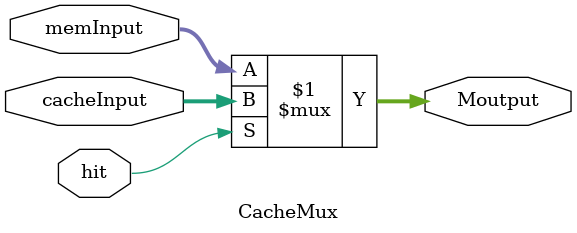
<source format=sv>
module CacheMux #(
    parameter Data_Width =32
) (
    input logic         hit,
    input logic[Data_Width-1:0] cacheInput,
    input logic[Data_Width-1:0] memInput,
    output logic[Data_Width-1:0] Moutput
);
    // if hit, use cache, if miss, use data memory
    assign Moutput = hit ? cacheInput:memInput; 
endmodule

</source>
